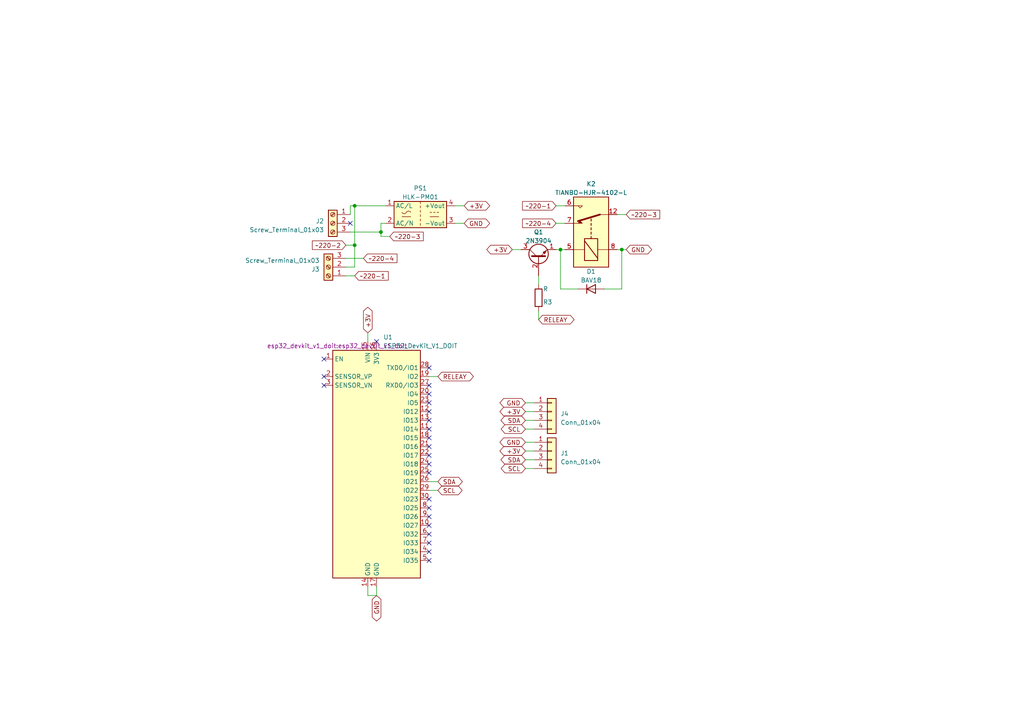
<source format=kicad_sch>
(kicad_sch (version 20230121) (generator eeschema)
  (paper "A4")
  (title_block (title "IOTV id-5") (date "2023-04-21") (company "Вербкин М.С."))
  (lib_symbols
    (symbol "Connector:Screw_Terminal_01x03" (pin_names (offset 1.016) hide)
      (property "Reference" "J" (at 0 5.08 0))
      (property "Value" "Screw_Terminal_01x03" (at 0 -5.08 0))
      (symbol "Screw_Terminal_01x03_1_1"
        (rectangle (start -1.27 3.81) (end 1.27 -3.81) (stroke (width 0.254)) (fill (type background)))
        (circle (center 0 -2.54) (radius 0.635) (stroke (width 0.1524)))
        (polyline (pts (xy -0.5334 -2.2098) (xy 0.3302 -3.048)) (stroke (width 0.1524)))
        (polyline (pts (xy -0.5334 0.3302) (xy 0.3302 -0.508)) (stroke (width 0.1524)))
        (polyline (pts (xy -0.5334 2.8702) (xy 0.3302 2.032)) (stroke (width 0.1524)))
        (polyline (pts (xy -0.3556 -2.032) (xy 0.508 -2.8702)) (stroke (width 0.1524)))
        (polyline (pts (xy -0.3556 0.508) (xy 0.508 -0.3302)) (stroke (width 0.1524)))
        (polyline (pts (xy -0.3556 3.048) (xy 0.508 2.2098)) (stroke (width 0.1524)))
        (circle (center 0 0) (radius 0.635) (stroke (width 0.1524)))
        (circle (center 0 2.54) (radius 0.635) (stroke (width 0.1524)))
        (pin passive line (at -5.08 2.54 0) (length 3.81) (name "Pin_1") (number "1"))
        (pin passive line (at -5.08 0 0) (length 3.81) (name "Pin_2") (number "2"))
        (pin passive line (at -5.08 -2.54 0) (length 3.81) (name "Pin_3") (number "3"))
      )
    )
    (symbol "Connector_Generic:Conn_01x04" (pin_names (offset 1.016) hide)
      (property "Reference" "J" (at 0 5.08 0))
      (property "Value" "Conn_01x04" (at 0 -7.62 0))
      (symbol "Conn_01x04_1_1"
        (rectangle (start -1.27 -4.953) (end 0 -5.207) (stroke (width 0.1524)))
        (rectangle (start -1.27 -2.413) (end 0 -2.667) (stroke (width 0.1524)))
        (rectangle (start -1.27 0.127) (end 0 -0.127) (stroke (width 0.1524)))
        (rectangle (start -1.27 2.667) (end 0 2.413) (stroke (width 0.1524)))
        (rectangle (start -1.27 3.81) (end 1.27 -6.35) (stroke (width 0.254)) (fill (type background)))
        (pin passive line (at -5.08 2.54 0) (length 3.81) (name "Pin_1") (number "1"))
        (pin passive line (at -5.08 0 0) (length 3.81) (name "Pin_2") (number "2"))
        (pin passive line (at -5.08 -2.54 0) (length 3.81) (name "Pin_3") (number "3"))
        (pin passive line (at -5.08 -5.08 0) (length 3.81) (name "Pin_4") (number "4"))
      )
    )
    (symbol "Converter_ACDC:HLK-PM01"
      (property "Reference" "PS" (at 0 5.08 0))
      (property "Value" "HLK-PM01" (at 0 -5.08 0))
      (symbol "HLK-PM01_0_1"
        (rectangle (start -7.62 3.81) (end 7.62 -3.81) (stroke (width 0.254)) (fill (type background)))
        (arc (start -5.334 0.635) (mid -4.699 0.2495) (end -4.064 0.635))
        (arc (start -2.794 0.635) (mid -3.429 1.0072) (end -4.064 0.635))
        (polyline (pts (xy -5.334 -0.635) (xy -2.794 -0.635)))
        (polyline (pts (xy 0 -2.54) (xy 0 -3.175)))
        (polyline (pts (xy 0 -1.27) (xy 0 -1.905)))
        (polyline (pts (xy 0 0) (xy 0 -0.635)))
        (polyline (pts (xy 0 1.27) (xy 0 0.635)))
        (polyline (pts (xy 0 2.54) (xy 0 1.905)))
        (polyline (pts (xy 0 3.81) (xy 0 3.175)))
        (polyline (pts (xy 2.794 -0.635) (xy 5.334 -0.635)))
        (polyline (pts (xy 2.794 0.635) (xy 3.302 0.635)))
        (polyline (pts (xy 3.81 0.635) (xy 4.318 0.635)))
        (polyline (pts (xy 4.826 0.635) (xy 5.334 0.635)))
      )
      (symbol "HLK-PM01_1_1"
        (pin power_in line (at -10.16 2.54 0) (length 2.54) (name "AC/L") (number "1"))
        (pin power_in line (at -10.16 -2.54 0) (length 2.54) (name "AC/N") (number "2"))
        (pin power_out line (at 10.16 -2.54 180) (length 2.54) (name "-Vout") (number "3"))
        (pin power_out line (at 10.16 2.54 180) (length 2.54) (name "+Vout") (number "4"))
      )
    )
    (symbol "Device:R" (pin_numbers hide) (pin_names (offset 0))
      (property "Reference" "R" (at 2.032 0 90))
      (property "Value" "R" (at 0 0 90))
      (symbol "R_0_1"
        (rectangle (start -1.016 -2.54) (end 1.016 2.54) (stroke (width 0.254)))
      )
      (symbol "R_1_1"
        (pin passive line (at 0 3.81 270) (length 1.27) (name "~") (number "1"))
        (pin passive line (at 0 -3.81 90) (length 1.27) (name "~") (number "2"))
      )
    )
    (symbol "Diode:BAV18" (pin_numbers hide) (pin_names hide)
      (property "Reference" "D" (at 0 2.54 0))
      (property "Value" "BAV18" (at 0 -2.54 0))
      (symbol "BAV18_0_1"
        (polyline (pts (xy -1.27 1.27) (xy -1.27 -1.27)) (stroke (width 0.254)))
        (polyline (pts (xy 1.27 0) (xy -1.27 0)))
        (polyline (pts (xy 1.27 1.27) (xy 1.27 -1.27) (xy -1.27 0) (xy 1.27 1.27)) (stroke (width 0.254)))
      )
      (symbol "BAV18_1_1"
        (pin passive line (at -3.81 0 0) (length 2.54) (name "K") (number "1"))
        (pin passive line (at 3.81 0 180) (length 2.54) (name "A") (number "2"))
      )
    )
    (symbol "Relay:TIANBO-HJR-4102-L"
      (property "Reference" "K" (at 11.43 3.81 0))
      (property "Value" "TIANBO-HJR-4102-L" (at 11.43 1.27 0))
      (symbol "TIANBO-HJR-4102-L_0_0"
        (polyline (pts (xy 7.62 5.08) (xy 7.62 2.54) (xy 6.985 3.175) (xy 7.62 3.81)))
      )
      (symbol "TIANBO-HJR-4102-L_0_1"
        (rectangle (start -10.16 5.08) (end 10.16 -5.08) (stroke (width 0.254)) (fill (type background)))
        (rectangle (start -8.255 1.905) (end -1.905 -1.905) (stroke (width 0.254)))
        (polyline (pts (xy -7.62 -1.905) (xy -2.54 1.905)) (stroke (width 0.254)))
        (polyline (pts (xy -5.08 -5.08) (xy -5.08 -1.905)))
        (polyline (pts (xy -5.08 5.08) (xy -5.08 1.905)))
        (polyline (pts (xy -1.905 0) (xy -1.27 0)) (stroke (width 0.254)))
        (polyline (pts (xy -0.635 0) (xy 0 0)) (stroke (width 0.254)))
        (polyline (pts (xy 0.635 0) (xy 1.27 0)) (stroke (width 0.254)))
        (polyline (pts (xy 1.905 0) (xy 2.54 0)) (stroke (width 0.254)))
        (polyline (pts (xy 3.175 0) (xy 3.81 0)) (stroke (width 0.254)))
        (polyline (pts (xy 5.08 -2.54) (xy 3.175 3.81)) (stroke (width 0.508)))
        (polyline (pts (xy 5.08 -2.54) (xy 5.08 -5.08)))
        (polyline (pts (xy 2.54 5.08) (xy 2.54 2.54) (xy 3.175 3.175) (xy 2.54 3.81)) (fill (type outline)))
      )
      (symbol "TIANBO-HJR-4102-L_1_1"
        (pin passive line (at 5.08 -7.62 90) (length 2.54) (name "~") (number "12"))
        (pin passive line (at -5.08 7.62 270) (length 2.54) (name "~") (number "5"))
        (pin passive line (at 7.62 7.62 270) (length 2.54) (name "~") (number "6"))
        (pin passive line (at 2.54 7.62 270) (length 2.54) (name "~") (number "7"))
        (pin passive line (at -5.08 -7.62 90) (length 2.54) (name "~") (number "8"))
      )
    )
    (symbol "Transistor_BJT:2N3904" (pin_names (offset 0) hide)
      (property "Reference" "Q" (at 5.08 1.905 0))
      (property "Value" "2N3904" (at 5.08 0 0))
      (symbol "2N3904_0_1"
        (polyline (pts (xy 0.635 0.635) (xy 2.54 2.54)))
        (polyline (pts (xy 0.635 -0.635) (xy 2.54 -2.54) (xy 2.54 -2.54)))
        (polyline (pts (xy 0.635 1.905) (xy 0.635 -1.905) (xy 0.635 -1.905)) (stroke (width 0.508)))
        (polyline (pts (xy 1.27 -1.778) (xy 1.778 -1.27) (xy 2.286 -2.286) (xy 1.27 -1.778) (xy 1.27 -1.778)) (fill (type outline)))
        (circle (center 1.27 0) (radius 2.8194) (stroke (width 0.254)))
      )
      (symbol "2N3904_1_1"
        (pin passive line (at 2.54 -5.08 90) (length 2.54) (name "E") (number "1"))
        (pin passive line (at -5.08 0 0) (length 5.715) (name "B") (number "2"))
        (pin passive line (at 2.54 5.08 270) (length 2.54) (name "C") (number "3"))
      )
    )
    (symbol "esp32_devkit_v1_doit:ESP32_DevKit_V1_DOIT"
      (property "Reference" "U" (at -11.43 34.29 0))
      (property "Value" "ESP32_DevKit_V1_DOIT" (at 11.43 34.29 0))
      (symbol "ESP32_DevKit_V1_DOIT_1_1"
        (rectangle (start -12.7 33.02) (end 12.7 -33.02) (stroke (width 0.254)) (fill (type background)))
        (pin input line (at -15.24 30.48 0) (length 2.54) (name "EN") (number "1"))
        (pin bidirectional line (at 15.24 -17.78 180) (length 2.54) (name "IO27") (number "10"))
        (pin bidirectional line (at 15.24 10.16 180) (length 2.54) (name "IO14") (number "11"))
        (pin bidirectional line (at 15.24 15.24 180) (length 2.54) (name "IO12") (number "12"))
        (pin bidirectional line (at 15.24 12.7 180) (length 2.54) (name "IO13") (number "13"))
        (pin power_in line (at -2.54 -35.56 90) (length 2.54) (name "GND") (number "14"))
        (pin power_in line (at -2.54 35.56 270) (length 2.54) (name "VIN") (number "15"))
        (pin power_in line (at 0 35.56 270) (length 2.54) (name "3V3") (number "16"))
        (pin power_in line (at 0 -35.56 90) (length 2.54) (name "GND") (number "17"))
        (pin bidirectional line (at 15.24 7.62 180) (length 2.54) (name "IO15") (number "18"))
        (pin bidirectional line (at 15.24 25.4 180) (length 2.54) (name "IO2") (number "19"))
        (pin input line (at -15.24 25.4 0) (length 2.54) (name "SENSOR_VP") (number "2"))
        (pin bidirectional line (at 15.24 20.32 180) (length 2.54) (name "IO4") (number "20"))
        (pin bidirectional line (at 15.24 5.08 180) (length 2.54) (name "IO16") (number "21"))
        (pin bidirectional line (at 15.24 2.54 180) (length 2.54) (name "IO17") (number "22"))
        (pin bidirectional line (at 15.24 17.78 180) (length 2.54) (name "IO5") (number "23"))
        (pin bidirectional line (at 15.24 0 180) (length 2.54) (name "IO18") (number "24"))
        (pin bidirectional line (at 15.24 -2.54 180) (length 2.54) (name "IO19") (number "25"))
        (pin bidirectional line (at 15.24 -5.08 180) (length 2.54) (name "IO21") (number "26"))
        (pin bidirectional line (at 15.24 22.86 180) (length 2.54) (name "RXD0/IO3") (number "27"))
        (pin bidirectional line (at 15.24 27.94 180) (length 2.54) (name "TXD0/IO1") (number "28"))
        (pin bidirectional line (at 15.24 -7.62 180) (length 2.54) (name "IO22") (number "29"))
        (pin input line (at -15.24 22.86 0) (length 2.54) (name "SENSOR_VN") (number "3"))
        (pin bidirectional line (at 15.24 -10.16 180) (length 2.54) (name "IO23") (number "30"))
        (pin input line (at 15.24 -25.4 180) (length 2.54) (name "IO34") (number "4"))
        (pin input line (at 15.24 -27.94 180) (length 2.54) (name "IO35") (number "5"))
        (pin bidirectional line (at 15.24 -20.32 180) (length 2.54) (name "IO32") (number "6"))
        (pin bidirectional line (at 15.24 -22.86 180) (length 2.54) (name "IO33") (number "7"))
        (pin bidirectional line (at 15.24 -12.7 180) (length 2.54) (name "IO25") (number "8"))
        (pin bidirectional line (at 15.24 -15.24 180) (length 2.54) (name "IO26") (number "9"))
      )
    )
  )
  (junction (at 110.49 67.31))
  (junction (at 162.56 72.39))
  (junction (at 102.87 59.69))
  (junction (at 102.87 71.12))
  (junction (at 180.34 72.39))
  (no_connect (at 101.6 64.77))
  (no_connect (at 124.46 106.68))
  (no_connect (at 124.46 157.48))
  (no_connect (at 93.98 104.14))
  (no_connect (at 109.22 99.06))
  (no_connect (at 124.46 119.38))
  (no_connect (at 124.46 121.92))
  (no_connect (at 93.98 111.76))
  (no_connect (at 124.46 132.08))
  (no_connect (at 124.46 127))
  (no_connect (at 124.46 116.84))
  (no_connect (at 124.46 147.32))
  (no_connect (at 124.46 124.46))
  (no_connect (at 124.46 160.02))
  (no_connect (at 124.46 129.54))
  (no_connect (at 124.46 137.16))
  (no_connect (at 124.46 111.76))
  (no_connect (at 124.46 114.3))
  (no_connect (at 124.46 154.94))
  (no_connect (at 93.98 109.22))
  (no_connect (at 124.46 152.4))
  (no_connect (at 124.46 162.56))
  (no_connect (at 124.46 144.78))
  (no_connect (at 124.46 134.62))
  (no_connect (at 124.46 149.86))
  (wire (pts (xy 102.87 80.01) (xy 100.33 80.01)))
  (wire (pts (xy 148.59 72.39) (xy 151.13 72.39)))
  (wire (pts (xy 163.83 64.77) (xy 161.29 64.77)))
  (wire (pts (xy 161.29 59.69) (xy 163.83 59.69)))
  (wire (pts (xy 162.56 83.82) (xy 167.64 83.82)))
  (wire (pts (xy 101.6 59.69) (xy 101.6 62.23)))
  (wire (pts (xy 110.49 64.77) (xy 110.49 67.31)))
  (wire (pts (xy 110.49 67.31) (xy 110.49 68.58)))
  (wire (pts (xy 102.87 59.69) (xy 102.87 71.12)))
  (wire (pts (xy 162.56 83.82) (xy 162.56 72.39)))
  (wire (pts (xy 152.4 116.84) (xy 154.94 116.84)))
  (wire (pts (xy 101.6 67.31) (xy 110.49 67.31)))
  (wire (pts (xy 132.08 64.77) (xy 134.62 64.77)))
  (wire (pts (xy 101.6 59.69) (xy 102.87 59.69)))
  (wire (pts (xy 179.07 72.39) (xy 180.34 72.39)))
  (wire (pts (xy 106.68 172.72) (xy 109.22 172.72)))
  (wire (pts (xy 180.34 83.82) (xy 180.34 72.39)))
  (wire (pts (xy 109.22 170.18) (xy 109.22 172.72)))
  (wire (pts (xy 124.46 139.7) (xy 127 139.7)))
  (wire (pts (xy 180.34 72.39) (xy 181.61 72.39)))
  (wire (pts (xy 106.68 96.52) (xy 106.68 99.06)))
  (wire (pts (xy 100.33 71.12) (xy 102.87 71.12)))
  (wire (pts (xy 152.4 119.38) (xy 154.94 119.38)))
  (wire (pts (xy 111.76 64.77) (xy 110.49 64.77)))
  (wire (pts (xy 152.4 130.81) (xy 154.94 130.81)))
  (wire (pts (xy 162.56 72.39) (xy 163.83 72.39)))
  (wire (pts (xy 152.4 128.27) (xy 154.94 128.27)))
  (wire (pts (xy 132.08 59.69) (xy 134.62 59.69)))
  (wire (pts (xy 156.21 92.71) (xy 156.21 90.17)))
  (wire (pts (xy 152.4 135.89) (xy 154.94 135.89)))
  (wire (pts (xy 124.46 142.24) (xy 127 142.24)))
  (wire (pts (xy 106.68 170.18) (xy 106.68 172.72)))
  (wire (pts (xy 105.41 74.93) (xy 100.33 74.93)))
  (wire (pts (xy 175.26 83.82) (xy 180.34 83.82)))
  (wire (pts (xy 102.87 71.12) (xy 102.87 77.47)))
  (wire (pts (xy 102.87 59.69) (xy 111.76 59.69)))
  (wire (pts (xy 113.03 68.58) (xy 110.49 68.58)))
  (wire (pts (xy 156.21 82.55) (xy 156.21 80.01)))
  (wire (pts (xy 152.4 133.35) (xy 154.94 133.35)))
  (wire (pts (xy 161.29 72.39) (xy 162.56 72.39)))
  (wire (pts (xy 102.87 77.47) (xy 100.33 77.47)))
  (wire (pts (xy 124.46 109.22) (xy 127 109.22)))
  (wire (pts (xy 152.4 124.46) (xy 154.94 124.46)))
  (wire (pts (xy 179.07 62.23) (xy 181.61 62.23)))
  (wire (pts (xy 152.4 121.92) (xy 154.94 121.92)))
  (global_label "GND" (shape bidirectional) (at 109.22 172.72 270) (property "Intersheetrefs" "${INTERSHEET_REFS}" (at 109.22 180.6076 90) (effects (justify right))))
  (global_label "SCL" (shape bidirectional) (at 152.4 135.89 180) (property "Intersheetrefs" "${INTERSHEET_REFS}" (at 144.8753 135.89 0) (effects (justify right))))
  (global_label "+3V" (shape bidirectional) (at 152.4 130.81 180) (property "Intersheetrefs" "${INTERSHEET_REFS}" (at 144.5124 130.81 0) (effects (justify right))))
  (global_label "SCL" (shape bidirectional) (at 127 142.24 0) (property "Intersheetrefs" "${INTERSHEET_REFS}" (at 134.5247 142.24 0) (effects (justify left))))
  (global_label "GND" (shape bidirectional) (at 152.4 116.84 180) (property "Intersheetrefs" "${INTERSHEET_REFS}" (at 144.5124 116.84 0) (effects (justify right))))
  (global_label "+3V" (shape bidirectional) (at 134.62 59.69 0) (property "Intersheetrefs" "${INTERSHEET_REFS}" (at 142.5076 59.69 0) (effects (justify left))))
  (global_label "~220-2" (shape input) (at 100.33 71.12 180) (property "Intersheetrefs" "${INTERSHEET_REFS}" (at 90.1067 71.12 0) (effects (justify right))))
  (global_label "GND" (shape bidirectional) (at 152.4 128.27 180) (property "Intersheetrefs" "${INTERSHEET_REFS}" (at 144.5124 128.27 0) (effects (justify right))))
  (global_label "SDA" (shape bidirectional) (at 152.4 133.35 180) (property "Intersheetrefs" "${INTERSHEET_REFS}" (at 144.8148 133.35 0) (effects (justify right))))
  (global_label "RELEAY" (shape bidirectional) (at 127 109.22 0) (property "Intersheetrefs" "${INTERSHEET_REFS}" (at 137.7904 109.22 0) (effects (justify left))))
  (global_label "SCL" (shape bidirectional) (at 152.4 124.46 180) (property "Intersheetrefs" "${INTERSHEET_REFS}" (at 144.8753 124.46 0) (effects (justify right))))
  (global_label "SDA" (shape bidirectional) (at 152.4 121.92 180) (property "Intersheetrefs" "${INTERSHEET_REFS}" (at 144.8148 121.92 0) (effects (justify right))))
  (global_label "RELEAY" (shape bidirectional) (at 156.21 92.71 0) (property "Intersheetrefs" "${INTERSHEET_REFS}" (at 167.0004 92.71 0) (effects (justify left))))
  (global_label "SDA" (shape bidirectional) (at 127 139.7 0) (property "Intersheetrefs" "${INTERSHEET_REFS}" (at 134.5852 139.7 0) (effects (justify left))))
  (global_label "~220-1" (shape input) (at 102.87 80.01 0) (property "Intersheetrefs" "${INTERSHEET_REFS}" (at 113.0933 80.01 0) (effects (justify left))))
  (global_label "~220-1" (shape input) (at 161.29 59.69 180) (property "Intersheetrefs" "${INTERSHEET_REFS}" (at 151.0667 59.69 0) (effects (justify right))))
  (global_label "~220-4" (shape input) (at 105.41 74.93 0) (property "Intersheetrefs" "${INTERSHEET_REFS}" (at 115.6333 74.93 0) (effects (justify left))))
  (global_label "~220-4" (shape input) (at 161.29 64.77 180) (property "Intersheetrefs" "${INTERSHEET_REFS}" (at 151.0667 64.77 0) (effects (justify right))))
  (global_label "~220-3" (shape input) (at 181.61 62.23 0) (property "Intersheetrefs" "${INTERSHEET_REFS}" (at 191.8333 62.23 0) (effects (justify left))))
  (global_label "+3V" (shape bidirectional) (at 106.68 96.52 90) (property "Intersheetrefs" "${INTERSHEET_REFS}" (at 106.68 88.6324 90) (effects (justify left))))
  (global_label "GND" (shape bidirectional) (at 181.61 72.39 0) (property "Intersheetrefs" "${INTERSHEET_REFS}" (at 189.4976 72.39 0) (effects (justify left))))
  (global_label "~220-3" (shape input) (at 113.03 68.58 0) (property "Intersheetrefs" "${INTERSHEET_REFS}" (at 123.2533 68.58 0) (effects (justify left))))
  (global_label "GND" (shape bidirectional) (at 134.62 64.77 0) (property "Intersheetrefs" "${INTERSHEET_REFS}" (at 142.5076 64.77 0) (effects (justify left))))
  (global_label "+3V" (shape bidirectional) (at 152.4 119.38 180) (property "Intersheetrefs" "${INTERSHEET_REFS}" (at 144.5124 119.38 0) (effects (justify right))))
  (global_label "+3V" (shape bidirectional) (at 148.59 72.39 180) (property "Intersheetrefs" "${INTERSHEET_REFS}" (at 140.7024 72.39 0) (effects (justify right))))
  (symbol (lib_id "Relay:TIANBO-HJR-4102-L") (at 171.45 67.31 90) (unit 1)
    (property "Reference" "K2" (at 171.45 53.34 90))
    (property "Value" "TIANBO-HJR-4102-L" (at 171.45 55.88 90))
    (property "Footprint" "Relay_THT:Relay_SPDT_HJR-4102" (effects hide))
    (property "Datasheet" "https://cdn-reichelt.de/documents/datenblatt/C300/DS_HJR4102E.pdf" (effects hide))
  )
  (symbol (lib_id "Converter_ACDC:HLK-PM01") (at 121.92 62.23 0) (unit 1)
    (property "Reference" "PS1" (at 121.92 54.61 0))
    (property "Value" "HLK-PM01" (at 121.92 57.15 0))
    (property "Footprint" "Converter_ACDC:Converter_ACDC_HiLink_HLK-PMxx" (effects hide))
    (property "Datasheet" "http://www.hlktech.net/product_detail.php?ProId=54" (effects hide))
  )
  (symbol (lib_id "Connector:Screw_Terminal_01x03") (at 96.52 64.77 0) (mirror y) (unit 1)
    (property "Reference" "J2" (at 93.98 64.135 0) (effects (justify left)))
    (property "Value" "Screw_Terminal_01x03" (at 93.98 66.675 0) (effects (justify left)))
    (property "Footprint" "TerminalBlock_Phoenix:TerminalBlock_Phoenix_MKDS-1,5-3_1x03_P5.00mm_Horizontal" (effects hide))
  )
  (symbol (lib_id "Connector_Generic:Conn_01x04") (at 160.02 130.81 0) (unit 1)
    (property "Reference" "J1" (at 162.56 131.445 0) (effects (justify left)))
    (property "Value" "Conn_01x04" (at 162.56 133.985 0) (effects (justify left)))
    (property "Footprint" "Connector_PinHeader_2.54mm:PinHeader_1x04_P2.54mm_Vertical" (effects hide))
  )
  (symbol (lib_id "Connector_Generic:Conn_01x04") (at 160.02 119.38 0) (unit 1)
    (property "Reference" "J4" (at 162.56 120.015 0) (effects (justify left)))
    (property "Value" "Conn_01x04" (at 162.56 122.555 0) (effects (justify left)))
    (property "Footprint" "Connector_PinHeader_2.54mm:PinHeader_1x04_P2.54mm_Vertical" (effects hide))
  )
  (symbol (lib_id "Connector:Screw_Terminal_01x03") (at 95.25 77.47 180) (unit 1)
    (property "Reference" "J3" (at 92.71 78.105 0) (effects (justify left)))
    (property "Value" "Screw_Terminal_01x03" (at 92.71 75.565 0) (effects (justify left)))
    (property "Footprint" "TerminalBlock_Phoenix:TerminalBlock_Phoenix_MKDS-1,5-3_1x03_P5.00mm_Horizontal" (effects hide))
  )
  (symbol (lib_id "Transistor_BJT:2N3904") (at 156.21 74.93 90) (unit 1)
    (property "Reference" "Q1" (at 156.21 67.31 90))
    (property "Value" "2N3904" (at 156.21 69.85 90))
    (property "Footprint" "Package_TO_SOT_THT:TO-92_Inline" (effects hide))
    (property "Datasheet" "https://www.onsemi.com/pub/Collateral/2N3903-D.PDF" (effects hide))
    (property "Sim.Device" "NPN" (effects hide))
    (property "Sim.Type" "VBIC" (effects hide))
    (property "Sim.Pins" "1=C 2=B 3=E" (effects hide))
  )
  (symbol (lib_id "esp32_devkit_v1_doit:ESP32_DevKit_V1_DOIT") (at 109.22 134.62 0) (unit 1)
    (property "Reference" "U1" (at 111.1759 97.79 0) (effects (justify left)))
    (property "Value" "ESP32_DevKit_V1_DOIT" (at 111.1759 100.33 0) (effects (justify left)))
    (property "Footprint" "esp32_devkit_v1_doit:esp32_devkit_v1_doit" (at 97.79 100.33 0))
    (property "Datasheet" "https://aliexpress.com/item/32864722159.html" (effects hide))
  )
  (symbol (lib_id "Diode:BAV18") (at 171.45 83.82 0) (unit 1)
    (property "Reference" "D1" (at 171.45 78.74 0))
    (property "Value" "BAV18" (at 171.45 81.28 0))
    (property "Footprint" "Diode_THT:D_DO-35_SOD27_P7.62mm_Horizontal" (effects hide))
    (property "Datasheet" "http://www.vishay.com/docs/85543/bav17.pdf" (effects hide))
    (property "Sim.Device" "D" (effects hide))
    (property "Sim.Pins" "1=K 2=A" (effects hide))
  )
  (symbol (lib_id "Device:R") (at 156.21 86.36 0) (mirror x) (unit 1)
    (property "Reference" "R3" (at 157.48 87.63 0) (effects (justify left)))
    (property "Value" "R" (at 157.48 83.82 0) (effects (justify left)))
    (property "Footprint" "Resistor_THT:R_Axial_DIN0204_L3.6mm_D1.6mm_P1.90mm_Vertical" (effects hide))
  )
)
</source>
